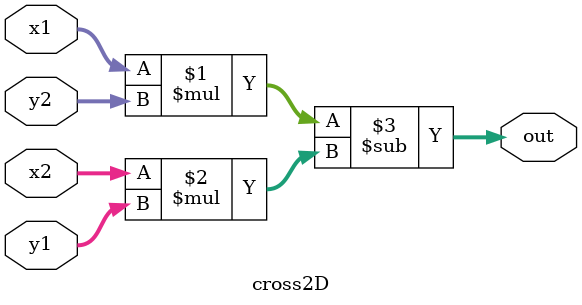
<source format=v>


module min(input [7:0] a, b, c, output [7:0] out);
	wire [7:0] min_ab;
	assign min_ab = a < b ? a : b;
	assign out = c < min_ab ? c : min_ab;
endmodule

module max(input [7:0] a, b, c, output [7:0] out);
	wire [7:0] max_ab;
	assign max_ab = a > b ? a : b;
	assign out = c > max_ab ? c : max_ab;
endmodule

module cross2D(
	input [15:0] x1, y1, x2, y2,
	output [15:0] out
);
	assign out = x1*y2 - x2*y1;
endmodule
</source>
